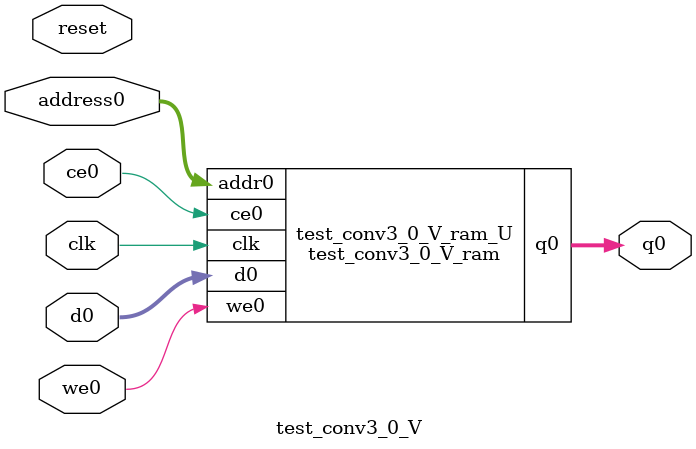
<source format=v>
`timescale 1 ns / 1 ps
module test_conv3_0_V_ram (addr0, ce0, d0, we0, q0,  clk);

parameter DWIDTH = 16;
parameter AWIDTH = 18;
parameter MEM_SIZE = 204800;

input[AWIDTH-1:0] addr0;
input ce0;
input[DWIDTH-1:0] d0;
input we0;
output reg[DWIDTH-1:0] q0;
input clk;

(* ram_style = "block" *)reg [DWIDTH-1:0] ram[0:MEM_SIZE-1];




always @(posedge clk)  
begin 
    if (ce0) begin
        if (we0) 
            ram[addr0] <= d0; 
        q0 <= ram[addr0];
    end
end


endmodule

`timescale 1 ns / 1 ps
module test_conv3_0_V(
    reset,
    clk,
    address0,
    ce0,
    we0,
    d0,
    q0);

parameter DataWidth = 32'd16;
parameter AddressRange = 32'd204800;
parameter AddressWidth = 32'd18;
input reset;
input clk;
input[AddressWidth - 1:0] address0;
input ce0;
input we0;
input[DataWidth - 1:0] d0;
output[DataWidth - 1:0] q0;



test_conv3_0_V_ram test_conv3_0_V_ram_U(
    .clk( clk ),
    .addr0( address0 ),
    .ce0( ce0 ),
    .we0( we0 ),
    .d0( d0 ),
    .q0( q0 ));

endmodule


</source>
